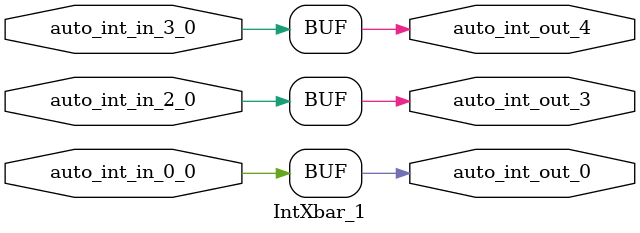
<source format=sv>
`ifndef RANDOMIZE
  `ifdef RANDOMIZE_REG_INIT
    `define RANDOMIZE
  `endif // RANDOMIZE_REG_INIT
`endif // not def RANDOMIZE
`ifndef RANDOMIZE
  `ifdef RANDOMIZE_MEM_INIT
    `define RANDOMIZE
  `endif // RANDOMIZE_MEM_INIT
`endif // not def RANDOMIZE

`ifndef RANDOM
  `define RANDOM $random
`endif // not def RANDOM

// Users can define 'PRINTF_COND' to add an extra gate to prints.
`ifndef PRINTF_COND_
  `ifdef PRINTF_COND
    `define PRINTF_COND_ (`PRINTF_COND)
  `else  // PRINTF_COND
    `define PRINTF_COND_ 1
  `endif // PRINTF_COND
`endif // not def PRINTF_COND_

// Users can define 'ASSERT_VERBOSE_COND' to add an extra gate to assert error printing.
`ifndef ASSERT_VERBOSE_COND_
  `ifdef ASSERT_VERBOSE_COND
    `define ASSERT_VERBOSE_COND_ (`ASSERT_VERBOSE_COND)
  `else  // ASSERT_VERBOSE_COND
    `define ASSERT_VERBOSE_COND_ 1
  `endif // ASSERT_VERBOSE_COND
`endif // not def ASSERT_VERBOSE_COND_

// Users can define 'STOP_COND' to add an extra gate to stop conditions.
`ifndef STOP_COND_
  `ifdef STOP_COND
    `define STOP_COND_ (`STOP_COND)
  `else  // STOP_COND
    `define STOP_COND_ 1
  `endif // STOP_COND
`endif // not def STOP_COND_

// Users can define INIT_RANDOM as general code that gets injected into the
// initializer block for modules with registers.
`ifndef INIT_RANDOM
  `define INIT_RANDOM
`endif // not def INIT_RANDOM

// If using random initialization, you can also define RANDOMIZE_DELAY to
// customize the delay used, otherwise 0.002 is used.
`ifndef RANDOMIZE_DELAY
  `define RANDOMIZE_DELAY 0.002
`endif // not def RANDOMIZE_DELAY

// Define INIT_RANDOM_PROLOG_ for use in our modules below.
`ifndef INIT_RANDOM_PROLOG_
  `ifdef RANDOMIZE
    `ifdef VERILATOR
      `define INIT_RANDOM_PROLOG_ `INIT_RANDOM
    `else  // VERILATOR
      `define INIT_RANDOM_PROLOG_ `INIT_RANDOM #`RANDOMIZE_DELAY begin end
    `endif // VERILATOR
  `else  // RANDOMIZE
    `define INIT_RANDOM_PROLOG_
  `endif // RANDOMIZE
`endif // not def INIT_RANDOM_PROLOG_

module IntXbar_1(
  input  auto_int_in_3_0,
         auto_int_in_2_0,
         auto_int_in_0_0,
  output auto_int_out_0,
         auto_int_out_3,
         auto_int_out_4
);

  assign auto_int_out_0 = auto_int_in_0_0;
  assign auto_int_out_3 = auto_int_in_2_0;
  assign auto_int_out_4 = auto_int_in_3_0;
endmodule


</source>
